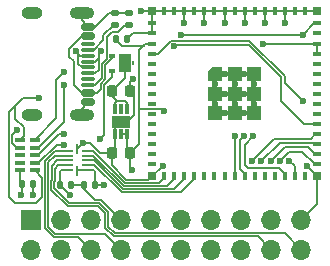
<source format=gbr>
%TF.GenerationSoftware,KiCad,Pcbnew,8.0.4*%
%TF.CreationDate,2024-07-26T12:29:51+01:00*%
%TF.ProjectId,beeb_wifiport,62656562-5f77-4696-9669-706f72742e6b,rev?*%
%TF.SameCoordinates,Original*%
%TF.FileFunction,Copper,L1,Top*%
%TF.FilePolarity,Positive*%
%FSLAX46Y46*%
G04 Gerber Fmt 4.6, Leading zero omitted, Abs format (unit mm)*
G04 Created by KiCad (PCBNEW 8.0.4) date 2024-07-26 12:29:51*
%MOMM*%
%LPD*%
G01*
G04 APERTURE LIST*
G04 Aperture macros list*
%AMRoundRect*
0 Rectangle with rounded corners*
0 $1 Rounding radius*
0 $2 $3 $4 $5 $6 $7 $8 $9 X,Y pos of 4 corners*
0 Add a 4 corners polygon primitive as box body*
4,1,4,$2,$3,$4,$5,$6,$7,$8,$9,$2,$3,0*
0 Add four circle primitives for the rounded corners*
1,1,$1+$1,$2,$3*
1,1,$1+$1,$4,$5*
1,1,$1+$1,$6,$7*
1,1,$1+$1,$8,$9*
0 Add four rect primitives between the rounded corners*
20,1,$1+$1,$2,$3,$4,$5,0*
20,1,$1+$1,$4,$5,$6,$7,0*
20,1,$1+$1,$6,$7,$8,$9,0*
20,1,$1+$1,$8,$9,$2,$3,0*%
%AMOutline5P*
0 Free polygon, 5 corners , with rotation*
0 The origin of the aperture is its center*
0 number of corners: always 5*
0 $1 to $10 corner X, Y*
0 $11 Rotation angle, in degrees counterclockwise*
0 create outline with 5 corners*
4,1,5,$1,$2,$3,$4,$5,$6,$7,$8,$9,$10,$1,$2,$11*%
%AMOutline6P*
0 Free polygon, 6 corners , with rotation*
0 The origin of the aperture is its center*
0 number of corners: always 6*
0 $1 to $12 corner X, Y*
0 $13 Rotation angle, in degrees counterclockwise*
0 create outline with 6 corners*
4,1,6,$1,$2,$3,$4,$5,$6,$7,$8,$9,$10,$11,$12,$1,$2,$13*%
%AMOutline7P*
0 Free polygon, 7 corners , with rotation*
0 The origin of the aperture is its center*
0 number of corners: always 7*
0 $1 to $14 corner X, Y*
0 $15 Rotation angle, in degrees counterclockwise*
0 create outline with 7 corners*
4,1,7,$1,$2,$3,$4,$5,$6,$7,$8,$9,$10,$11,$12,$13,$14,$1,$2,$15*%
%AMOutline8P*
0 Free polygon, 8 corners , with rotation*
0 The origin of the aperture is its center*
0 number of corners: always 8*
0 $1 to $16 corner X, Y*
0 $17 Rotation angle, in degrees counterclockwise*
0 create outline with 8 corners*
4,1,8,$1,$2,$3,$4,$5,$6,$7,$8,$9,$10,$11,$12,$13,$14,$15,$16,$1,$2,$17*%
G04 Aperture macros list end*
%TA.AperFunction,SMDPad,CuDef*%
%ADD10RoundRect,0.225000X-0.225000X-0.250000X0.225000X-0.250000X0.225000X0.250000X-0.225000X0.250000X0*%
%TD*%
%TA.AperFunction,SMDPad,CuDef*%
%ADD11RoundRect,0.140000X0.140000X0.170000X-0.140000X0.170000X-0.140000X-0.170000X0.140000X-0.170000X0*%
%TD*%
%TA.AperFunction,SMDPad,CuDef*%
%ADD12R,0.900000X0.350000*%
%TD*%
%TA.AperFunction,SMDPad,CuDef*%
%ADD13RoundRect,0.140000X-0.140000X-0.170000X0.140000X-0.170000X0.140000X0.170000X-0.140000X0.170000X0*%
%TD*%
%TA.AperFunction,SMDPad,CuDef*%
%ADD14R,0.800000X0.400000*%
%TD*%
%TA.AperFunction,SMDPad,CuDef*%
%ADD15R,0.400000X0.800000*%
%TD*%
%TA.AperFunction,SMDPad,CuDef*%
%ADD16Outline5P,-0.600000X0.204000X-0.204000X0.600000X0.600000X0.600000X0.600000X-0.600000X-0.600000X-0.600000X0.000000*%
%TD*%
%TA.AperFunction,SMDPad,CuDef*%
%ADD17R,1.200000X1.200000*%
%TD*%
%TA.AperFunction,SMDPad,CuDef*%
%ADD18R,0.800000X0.800000*%
%TD*%
%TA.AperFunction,SMDPad,CuDef*%
%ADD19RoundRect,0.225000X0.225000X0.250000X-0.225000X0.250000X-0.225000X-0.250000X0.225000X-0.250000X0*%
%TD*%
%TA.AperFunction,SMDPad,CuDef*%
%ADD20RoundRect,0.135000X0.185000X-0.135000X0.185000X0.135000X-0.185000X0.135000X-0.185000X-0.135000X0*%
%TD*%
%TA.AperFunction,SMDPad,CuDef*%
%ADD21R,0.350000X0.850000*%
%TD*%
%TA.AperFunction,SMDPad,CuDef*%
%ADD22R,1.600000X1.020000*%
%TD*%
%TA.AperFunction,SMDPad,CuDef*%
%ADD23R,0.863600X0.203200*%
%TD*%
%TA.AperFunction,SMDPad,CuDef*%
%ADD24R,0.203200X0.863600*%
%TD*%
%TA.AperFunction,SMDPad,CuDef*%
%ADD25RoundRect,0.135000X-0.185000X0.135000X-0.185000X-0.135000X0.185000X-0.135000X0.185000X0.135000X0*%
%TD*%
%TA.AperFunction,SMDPad,CuDef*%
%ADD26RoundRect,0.150000X-0.425000X0.150000X-0.425000X-0.150000X0.425000X-0.150000X0.425000X0.150000X0*%
%TD*%
%TA.AperFunction,SMDPad,CuDef*%
%ADD27RoundRect,0.075000X-0.500000X0.075000X-0.500000X-0.075000X0.500000X-0.075000X0.500000X0.075000X0*%
%TD*%
%TA.AperFunction,ComponentPad*%
%ADD28O,2.100000X1.000000*%
%TD*%
%TA.AperFunction,ComponentPad*%
%ADD29O,1.800000X1.000000*%
%TD*%
%TA.AperFunction,SMDPad,CuDef*%
%ADD30RoundRect,0.100000X-0.150000X-0.100000X0.150000X-0.100000X0.150000X0.100000X-0.150000X0.100000X0*%
%TD*%
%TA.AperFunction,SMDPad,CuDef*%
%ADD31R,1.100000X1.600000*%
%TD*%
%TA.AperFunction,SMDPad,CuDef*%
%ADD32R,0.250000X0.400000*%
%TD*%
%TA.AperFunction,ComponentPad*%
%ADD33R,1.700000X1.700000*%
%TD*%
%TA.AperFunction,ComponentPad*%
%ADD34O,1.700000X1.700000*%
%TD*%
%TA.AperFunction,ViaPad*%
%ADD35C,0.600000*%
%TD*%
%TA.AperFunction,Conductor*%
%ADD36C,0.152400*%
%TD*%
%TA.AperFunction,Conductor*%
%ADD37C,0.127000*%
%TD*%
G04 APERTURE END LIST*
D10*
%TO.P,C1,1*%
%TO.N,Net-(D1-K)*%
X145375000Y-99050000D03*
%TO.P,C1,2*%
%TO.N,GND*%
X146925000Y-99050000D03*
%TD*%
D11*
%TO.P,C5,1*%
%TO.N,GND*%
X141930000Y-107000000D03*
%TO.P,C5,2*%
%TO.N,+5V_BBC*%
X140970000Y-107000000D03*
%TD*%
%TO.P,C3,1*%
%TO.N,GND*%
X146680000Y-94700000D03*
%TO.P,C3,2*%
%TO.N,+3.3V*%
X145720000Y-94700000D03*
%TD*%
D12*
%TO.P,RN1,1,common*%
%TO.N,+3.3V*%
X137575000Y-103220000D03*
X138825000Y-105780000D03*
%TO.P,RN1,2,R1*%
%TO.N,/SD_D3*%
X138825000Y-103220000D03*
%TO.P,RN1,3,R2*%
%TO.N,/SD_D2*%
X137575000Y-103860000D03*
%TO.P,RN1,4,R3*%
%TO.N,/SD_CMD*%
X138825000Y-103860000D03*
%TO.P,RN1,5,R4*%
%TO.N,unconnected-(RN1-R4-Pad5)*%
X137575000Y-104500000D03*
%TO.P,RN1,6,R5*%
%TO.N,/SD_D0*%
X138825000Y-104500000D03*
%TO.P,RN1,7,R6*%
%TO.N,unconnected-(RN1-R6-Pad7)*%
X137575000Y-105140000D03*
%TO.P,RN1,8,R7*%
%TO.N,/SD_D1*%
X138825000Y-105140000D03*
%TO.P,RN1,9,R8*%
%TO.N,/RESET*%
X137575000Y-105780000D03*
%TD*%
D13*
%TO.P,C4,1*%
%TO.N,/RESET*%
X137720000Y-106950000D03*
%TO.P,C4,2*%
%TO.N,GND*%
X138680000Y-106950000D03*
%TD*%
D14*
%TO.P,U1,1,GND*%
%TO.N,GND*%
X148750000Y-93350000D03*
%TO.P,U1,2,GND*%
X148750000Y-94200000D03*
%TO.P,U1,3,3V3*%
%TO.N,+3.3V*%
X148750000Y-95050000D03*
%TO.P,U1,4,IO0*%
%TO.N,/BOOT*%
X148750000Y-95900000D03*
%TO.P,U1,5,IO1*%
%TO.N,unconnected-(U1-IO1-Pad5)*%
X148750000Y-96750000D03*
%TO.P,U1,6,IO2*%
%TO.N,unconnected-(U1-IO2-Pad6)*%
X148750000Y-97600000D03*
%TO.P,U1,7,IO3*%
%TO.N,unconnected-(U1-IO3-Pad7)*%
X148750000Y-98450000D03*
%TO.P,U1,8,IO4*%
%TO.N,unconnected-(U1-IO4-Pad8)*%
X148750000Y-99300000D03*
%TO.P,U1,9,IO5*%
%TO.N,unconnected-(U1-IO5-Pad9)*%
X148750000Y-100150000D03*
%TO.P,U1,10,IO6*%
%TO.N,unconnected-(U1-IO6-Pad10)*%
X148750000Y-101000000D03*
%TO.P,U1,11,IO7*%
%TO.N,unconnected-(U1-IO7-Pad11)*%
X148750000Y-101850000D03*
%TO.P,U1,12,IO8*%
%TO.N,unconnected-(U1-IO8-Pad12)*%
X148750000Y-102700000D03*
%TO.P,U1,13,IO9*%
%TO.N,unconnected-(U1-IO9-Pad13)*%
X148750000Y-103550000D03*
%TO.P,U1,14,IO10*%
%TO.N,unconnected-(U1-IO10-Pad14)*%
X148750000Y-104400000D03*
%TO.P,U1,15,IO11*%
%TO.N,unconnected-(U1-IO11-Pad15)*%
X148750000Y-105250000D03*
D15*
%TO.P,U1,16,IO12*%
%TO.N,/PB0*%
X149800000Y-106300000D03*
%TO.P,U1,17,IO13*%
%TO.N,/PB1*%
X150650000Y-106300000D03*
%TO.P,U1,18,IO14*%
%TO.N,/PB6*%
X151500000Y-106300000D03*
%TO.P,U1,19,IO15*%
%TO.N,/PB7*%
X152350000Y-106300000D03*
%TO.P,U1,20,IO16*%
%TO.N,unconnected-(U1-IO16-Pad20)*%
X153200000Y-106300000D03*
%TO.P,U1,21,IO17*%
%TO.N,unconnected-(U1-IO17-Pad21)*%
X154050000Y-106300000D03*
%TO.P,U1,22,IO18*%
%TO.N,unconnected-(U1-IO18-Pad22)*%
X154900000Y-106300000D03*
%TO.P,U1,23,IO19*%
%TO.N,/USB_D-*%
X155750000Y-106300000D03*
%TO.P,U1,24,IO20*%
%TO.N,/USB_D+*%
X156600000Y-106300000D03*
%TO.P,U1,25,IO21*%
%TO.N,unconnected-(U1-IO21-Pad25)*%
X157450000Y-106300000D03*
%TO.P,U1,26,IO26*%
%TO.N,unconnected-(U1-IO26-Pad26)*%
X158300000Y-106300000D03*
%TO.P,U1,27,IO47*%
%TO.N,unconnected-(U1-IO47-Pad27)*%
X159150000Y-106300000D03*
%TO.P,U1,28,IO33*%
%TO.N,/SD_D2*%
X160000000Y-106300000D03*
%TO.P,U1,29,IO34*%
%TO.N,/SD_D3*%
X160850000Y-106300000D03*
%TO.P,U1,30,IO48*%
%TO.N,unconnected-(U1-IO48-Pad30)*%
X161700000Y-106300000D03*
D14*
%TO.P,U1,31,IO35*%
%TO.N,/SD_CMD*%
X162750000Y-105250000D03*
%TO.P,U1,32,IO36*%
%TO.N,/SD_CLK*%
X162750000Y-104400000D03*
%TO.P,U1,33,IO37*%
%TO.N,/SD_D0*%
X162750000Y-103550000D03*
%TO.P,U1,34,IO38*%
%TO.N,/SD_D1*%
X162750000Y-102700000D03*
%TO.P,U1,35,IO39*%
%TO.N,/SD_DET*%
X162750000Y-101850000D03*
%TO.P,U1,36,IO40*%
%TO.N,unconnected-(U1-IO40-Pad36)*%
X162750000Y-101000000D03*
%TO.P,U1,37,IO41*%
%TO.N,unconnected-(U1-IO41-Pad37)*%
X162750000Y-100150000D03*
%TO.P,U1,38,IO42*%
%TO.N,unconnected-(U1-IO42-Pad38)*%
X162750000Y-99300000D03*
%TO.P,U1,39,TXD0*%
%TO.N,unconnected-(U1-TXD0-Pad39)*%
X162750000Y-98450000D03*
%TO.P,U1,40,RXD0*%
%TO.N,unconnected-(U1-RXD0-Pad40)*%
X162750000Y-97600000D03*
%TO.P,U1,41,IO45*%
%TO.N,unconnected-(U1-IO45-Pad41)*%
X162750000Y-96750000D03*
%TO.P,U1,42,GND*%
%TO.N,GND*%
X162750000Y-95900000D03*
%TO.P,U1,43,GND*%
X162750000Y-95050000D03*
%TO.P,U1,44,IO46*%
%TO.N,unconnected-(U1-IO46-Pad44)*%
X162750000Y-94200000D03*
%TO.P,U1,45,EN*%
%TO.N,/RESET*%
X162750000Y-93350000D03*
D15*
%TO.P,U1,46,GND*%
%TO.N,GND*%
X161700000Y-92300000D03*
%TO.P,U1,47,GND*%
X160850000Y-92300000D03*
%TO.P,U1,48,GND*%
X160000000Y-92300000D03*
%TO.P,U1,49,GND*%
X159150000Y-92300000D03*
%TO.P,U1,50,GND*%
X158300000Y-92300000D03*
%TO.P,U1,51,GND*%
X157450000Y-92300000D03*
%TO.P,U1,52,GND*%
X156600000Y-92300000D03*
%TO.P,U1,53,GND*%
X155750000Y-92300000D03*
%TO.P,U1,54,GND*%
X154900000Y-92300000D03*
%TO.P,U1,55,GND*%
X154050000Y-92300000D03*
%TO.P,U1,56,GND*%
X153200000Y-92300000D03*
%TO.P,U1,57,GND*%
X152350000Y-92300000D03*
%TO.P,U1,58,GND*%
X151500000Y-92300000D03*
%TO.P,U1,59,GND*%
X150650000Y-92300000D03*
%TO.P,U1,60,GND*%
X149800000Y-92300000D03*
D16*
%TO.P,U1,61,GND*%
X154100000Y-97650000D03*
D17*
X154100000Y-99300000D03*
X154100000Y-100950000D03*
X155750000Y-97650000D03*
X155750000Y-99300000D03*
X155750000Y-100950000D03*
X157400000Y-97650000D03*
X157400000Y-99300000D03*
X157400000Y-100950000D03*
D18*
%TO.P,U1,62,GND*%
X148750000Y-92300000D03*
%TO.P,U1,63,GND*%
X148750000Y-106300000D03*
%TO.P,U1,64,GND*%
X162750000Y-106300000D03*
%TO.P,U1,65,GND*%
X162750000Y-92300000D03*
%TD*%
D19*
%TO.P,C2,1*%
%TO.N,+3.3V*%
X146925000Y-104350000D03*
%TO.P,C2,2*%
%TO.N,GND*%
X145375000Y-104350000D03*
%TD*%
D20*
%TO.P,R1,1*%
%TO.N,Net-(J2-CC1)*%
X145600000Y-93460000D03*
%TO.P,R1,2*%
%TO.N,GND*%
X145600000Y-92440000D03*
%TD*%
D21*
%TO.P,U3,1,GND*%
%TO.N,GND*%
X145650000Y-102750000D03*
%TO.P,U3,2,SENSE*%
%TO.N,+3.3V*%
X146150000Y-102750000D03*
%TO.P,U3,3,VOUT*%
X146650000Y-102750000D03*
%TO.P,U3,4,VIN*%
%TO.N,Net-(D1-K)*%
X146650000Y-100600000D03*
%TO.P,U3,5,NC*%
%TO.N,unconnected-(U3-NC-Pad5)*%
X146150000Y-100600000D03*
%TO.P,U3,6,EN*%
%TO.N,Net-(D1-K)*%
X145650000Y-100600000D03*
D22*
%TO.P,U3,7,GND*%
%TO.N,GND*%
X146150000Y-101675000D03*
%TD*%
D23*
%TO.P,U4,1,VCCA*%
%TO.N,+3.3V*%
X143224700Y-105750001D03*
%TO.P,U4,2,A1*%
%TO.N,/PB7*%
X143224700Y-105349999D03*
%TO.P,U4,3,A2*%
%TO.N,/PB6*%
X143224700Y-104950000D03*
%TO.P,U4,4,A3*%
%TO.N,/PB1*%
X143224700Y-104550001D03*
%TO.P,U4,5,A4*%
%TO.N,/PB0*%
X143224700Y-104149999D03*
D24*
%TO.P,U4,6,GND*%
%TO.N,GND*%
X142450000Y-104022900D03*
D23*
%TO.P,U4,7,B4*%
%TO.N,Net-(J1-Pin_6)*%
X141675300Y-104149999D03*
%TO.P,U4,8,B3*%
%TO.N,Net-(J1-Pin_8)*%
X141675300Y-104550001D03*
%TO.P,U4,9,B2*%
%TO.N,Net-(J1-Pin_18)*%
X141675300Y-104950000D03*
%TO.P,U4,10,B1*%
%TO.N,Net-(J1-Pin_20)*%
X141675300Y-105349999D03*
%TO.P,U4,11,VCCB*%
%TO.N,+5V_BBC*%
X141675300Y-105750001D03*
D24*
%TO.P,U4,12,OE*%
%TO.N,+3.3V*%
X142450000Y-105877100D03*
%TD*%
D13*
%TO.P,C6,1*%
%TO.N,GND*%
X142970000Y-107000000D03*
%TO.P,C6,2*%
%TO.N,+3.3V*%
X143930000Y-107000000D03*
%TD*%
D25*
%TO.P,R2,1*%
%TO.N,GND*%
X146805000Y-92440000D03*
%TO.P,R2,2*%
%TO.N,Net-(J2-CC2)*%
X146805000Y-93460000D03*
%TD*%
D26*
%TO.P,J2,A1,GND*%
%TO.N,GND*%
X143367496Y-93623818D03*
%TO.P,J2,A4,VBUS*%
%TO.N,+5V_USB*%
X143367496Y-94423818D03*
D27*
%TO.P,J2,A5,CC1*%
%TO.N,Net-(J2-CC1)*%
X143367496Y-95573818D03*
%TO.P,J2,A6,D+*%
%TO.N,/USB_D+*%
X143367496Y-96573818D03*
%TO.P,J2,A7,D-*%
%TO.N,/USB_D-*%
X143367496Y-97073818D03*
%TO.P,J2,A8,SBU1*%
%TO.N,unconnected-(J2-SBU1-PadA8)*%
X143367496Y-98073818D03*
D26*
%TO.P,J2,A9,VBUS*%
%TO.N,+5V_USB*%
X143367496Y-99223818D03*
%TO.P,J2,A12,GND*%
%TO.N,GND*%
X143367496Y-100023818D03*
%TO.P,J2,B1,GND*%
X143367496Y-100023818D03*
%TO.P,J2,B4,VBUS*%
%TO.N,+5V_USB*%
X143367496Y-99223818D03*
D27*
%TO.P,J2,B5,CC2*%
%TO.N,Net-(J2-CC2)*%
X143367496Y-98573818D03*
%TO.P,J2,B6,D+*%
%TO.N,/USB_D+*%
X143367496Y-97573818D03*
%TO.P,J2,B7,D-*%
%TO.N,/USB_D-*%
X143367496Y-96073818D03*
%TO.P,J2,B8,SBU2*%
%TO.N,unconnected-(J2-SBU2-PadB8)*%
X143367496Y-95073818D03*
D26*
%TO.P,J2,B9,VBUS*%
%TO.N,+5V_USB*%
X143367496Y-94423818D03*
%TO.P,J2,B12,GND*%
%TO.N,GND*%
X143367496Y-93623818D03*
D28*
%TO.P,J2,S1,SHIELD*%
X142792496Y-92503818D03*
D29*
X138612496Y-92503818D03*
D28*
X142792496Y-101143818D03*
D29*
X138612496Y-101143818D03*
%TD*%
D30*
%TO.P,D1,1,A*%
%TO.N,+5V_USB*%
X145385608Y-96075000D03*
%TO.P,D1,2,A*%
%TO.N,+5V_BBC*%
X145385608Y-97375000D03*
D31*
%TO.P,D1,3,K*%
%TO.N,Net-(D1-K)*%
X146435608Y-96725000D03*
D32*
X147110608Y-96725000D03*
%TD*%
D33*
%TO.P,J1,1,Pin_1*%
%TO.N,+5V_BBC*%
X138550000Y-109960000D03*
D34*
%TO.P,J1,2,Pin_2*%
%TO.N,unconnected-(J1-Pin_2-Pad2)*%
X138550000Y-112500000D03*
%TO.P,J1,3,Pin_3*%
%TO.N,+5V_BBC*%
X141090000Y-109960000D03*
%TO.P,J1,4,Pin_4*%
%TO.N,unconnected-(J1-Pin_4-Pad4)*%
X141090000Y-112500000D03*
%TO.P,J1,5,Pin_5*%
%TO.N,GND*%
X143630000Y-109960000D03*
%TO.P,J1,6,Pin_6*%
%TO.N,Net-(J1-Pin_6)*%
X143630000Y-112500000D03*
%TO.P,J1,7,Pin_7*%
%TO.N,GND*%
X146170000Y-109960000D03*
%TO.P,J1,8,Pin_8*%
%TO.N,Net-(J1-Pin_8)*%
X146170000Y-112500000D03*
%TO.P,J1,9,Pin_9*%
%TO.N,GND*%
X148710000Y-109960000D03*
%TO.P,J1,10,Pin_10*%
%TO.N,unconnected-(J1-Pin_10-Pad10)*%
X148710000Y-112500000D03*
%TO.P,J1,11,Pin_11*%
%TO.N,GND*%
X151250000Y-109960000D03*
%TO.P,J1,12,Pin_12*%
%TO.N,unconnected-(J1-Pin_12-Pad12)*%
X151250000Y-112500000D03*
%TO.P,J1,13,Pin_13*%
%TO.N,GND*%
X153790000Y-109960000D03*
%TO.P,J1,14,Pin_14*%
%TO.N,unconnected-(J1-Pin_14-Pad14)*%
X153790000Y-112500000D03*
%TO.P,J1,15,Pin_15*%
%TO.N,GND*%
X156330000Y-109960000D03*
%TO.P,J1,16,Pin_16*%
%TO.N,unconnected-(J1-Pin_16-Pad16)*%
X156330000Y-112500000D03*
%TO.P,J1,17,Pin_17*%
%TO.N,GND*%
X158870000Y-109960000D03*
%TO.P,J1,18,Pin_18*%
%TO.N,Net-(J1-Pin_18)*%
X158870000Y-112500000D03*
%TO.P,J1,19,Pin_19*%
%TO.N,GND*%
X161410000Y-109960000D03*
%TO.P,J1,20,Pin_20*%
%TO.N,Net-(J1-Pin_20)*%
X161410000Y-112500000D03*
%TD*%
D35*
%TO.N,GND*%
X149650000Y-105400000D03*
X158300000Y-93300000D03*
X154900000Y-99300000D03*
X153200000Y-93300000D03*
X161850000Y-105400000D03*
X157400000Y-98450000D03*
X147800000Y-92300000D03*
X154900000Y-97650000D03*
X147150000Y-98050000D03*
X151500000Y-93300000D03*
X158200000Y-95049997D03*
X155750000Y-100150000D03*
X154100000Y-98450000D03*
X154900000Y-93300000D03*
X156550000Y-97650000D03*
X142900000Y-103500000D03*
X155750000Y-98450000D03*
X138680000Y-107906542D03*
X154100000Y-100150000D03*
X160000000Y-93300000D03*
X154900000Y-100950000D03*
X156550000Y-99350000D03*
X156600000Y-93300000D03*
X157400000Y-100150000D03*
X156550000Y-100950000D03*
%TO.N,+3.3V*%
X149800004Y-100763500D03*
X147100000Y-105800006D03*
X144700000Y-107000008D03*
X139200000Y-99700000D03*
%TO.N,/RESET*%
X137700000Y-107906542D03*
X151250000Y-94300000D03*
X161530000Y-94299996D03*
%TO.N,/USB_D+*%
X144448757Y-95674703D03*
X156550000Y-102900000D03*
%TO.N,/USB_D-*%
X142300000Y-95700000D03*
X155750000Y-102900000D03*
%TO.N,/SD_CMD*%
X159600000Y-104999480D03*
X141300000Y-98595000D03*
%TO.N,/SD_D2*%
X137333400Y-102375000D03*
X157350000Y-102900000D03*
%TO.N,/SD_D3*%
X160400000Y-105000000D03*
X141300006Y-97495000D03*
%TO.N,/SD_D0*%
X141300006Y-102700000D03*
X158000000Y-105002323D03*
%TO.N,/SD_DET*%
X150650000Y-95300000D03*
%TO.N,/SD_D1*%
X141299986Y-103600000D03*
X157199996Y-104999996D03*
%TO.N,/SD_CLK*%
X158800000Y-105000000D03*
%TO.N,/BOOT*%
X161530000Y-99900000D03*
%TO.N,+5V_BBC*%
X141800000Y-107900000D03*
X144375000Y-103125000D03*
%TD*%
D36*
%TO.N,GND*%
X145160000Y-92440000D02*
X146805000Y-92440000D01*
X145650000Y-102175000D02*
X146150000Y-101675000D01*
X145650000Y-102750000D02*
X145650000Y-102175000D01*
X147800000Y-92300000D02*
X148750000Y-92300000D01*
X154100000Y-97650000D02*
X154100000Y-98450000D01*
X142792496Y-92503818D02*
X142792496Y-93048818D01*
X158300000Y-92300000D02*
X158300000Y-93300000D01*
X156550000Y-99350000D02*
X156600000Y-99300000D01*
X146740000Y-92350000D02*
X146690000Y-92400000D01*
X154100000Y-99300000D02*
X154900000Y-99300000D01*
X146925000Y-99050000D02*
X146925000Y-98275000D01*
X154100000Y-100950000D02*
X154900000Y-100950000D01*
X157400000Y-98500000D02*
X157400000Y-99300000D01*
X162750000Y-108620000D02*
X162750000Y-106300000D01*
X157400000Y-100950000D02*
X157400000Y-100150000D01*
X155750000Y-100150000D02*
X155750000Y-100950000D01*
X144478208Y-108278208D02*
X146160000Y-109960000D01*
X146600000Y-106600000D02*
X148450000Y-106600000D01*
X162750000Y-92300000D02*
X149400000Y-92300000D01*
X155750000Y-97650000D02*
X155750000Y-98500000D01*
X146690000Y-94710000D02*
X146680000Y-94700000D01*
X148750000Y-92300000D02*
X148750000Y-94200000D01*
X154900000Y-92300000D02*
X154900000Y-93300000D01*
X145375000Y-104350000D02*
X144350000Y-104350000D01*
X145375000Y-104350000D02*
X145375000Y-105375000D01*
D37*
X142450000Y-104022900D02*
X142450000Y-103950000D01*
D36*
X142970000Y-107000000D02*
X142970000Y-107335000D01*
X156600000Y-99300000D02*
X157400000Y-99300000D01*
X153200000Y-92300000D02*
X153200000Y-93300000D01*
X144350000Y-104350000D02*
X143500000Y-103500000D01*
X143913208Y-108278208D02*
X144478208Y-108278208D01*
X145650000Y-104075000D02*
X145650000Y-102750000D01*
X143367496Y-93623818D02*
X143976182Y-93623818D01*
X148450000Y-106600000D02*
X148750000Y-106300000D01*
D37*
X142450000Y-103950000D02*
X142900000Y-103500000D01*
D36*
X146690000Y-94770000D02*
X146690000Y-94710000D01*
D37*
X158200003Y-95050000D02*
X162750000Y-95050000D01*
D36*
X143976182Y-93623818D02*
X145160000Y-92440000D01*
X161410000Y-109960000D02*
X162750000Y-108620000D01*
X154900000Y-100950000D02*
X156550000Y-100950000D01*
X157400000Y-100150000D02*
X157400000Y-99300000D01*
X156600000Y-92300000D02*
X156600000Y-93300000D01*
X147200000Y-101100000D02*
X146625000Y-101675000D01*
X146680000Y-94670000D02*
X147150000Y-94200000D01*
X156550000Y-97650000D02*
X154900000Y-97650000D01*
X161850000Y-105400000D02*
X162750000Y-106300000D01*
X143367496Y-100023818D02*
X142792496Y-100598818D01*
X146660000Y-92430000D02*
X146690000Y-92400000D01*
X147200000Y-99325000D02*
X147200000Y-101100000D01*
X142792496Y-100598818D02*
X142792496Y-101143818D01*
X145375000Y-104350000D02*
X145650000Y-104075000D01*
X154900000Y-97650000D02*
X154100000Y-97650000D01*
X151500000Y-92300000D02*
X151500000Y-93300000D01*
X147150000Y-94200000D02*
X148750000Y-94200000D01*
X142970000Y-107335000D02*
X143913208Y-108278208D01*
X149400000Y-92300000D02*
X148750000Y-92300000D01*
X160000000Y-92300000D02*
X160000000Y-93300000D01*
X154100000Y-98450000D02*
X154100000Y-100150000D01*
X146625000Y-101675000D02*
X146150000Y-101675000D01*
X145375000Y-105375000D02*
X146600000Y-106600000D01*
X156500000Y-99300000D02*
X156550000Y-99350000D01*
X157400000Y-97650000D02*
X156550000Y-97650000D01*
X146680000Y-94700000D02*
X146680000Y-94670000D01*
X154900000Y-99300000D02*
X156500000Y-99300000D01*
X155750000Y-98500000D02*
X155750000Y-100150000D01*
X146160000Y-109960000D02*
X146170000Y-109960000D01*
X142900000Y-103500000D02*
X142792496Y-103392496D01*
X138680000Y-107900000D02*
X138680000Y-106950000D01*
X146925000Y-98275000D02*
X147150000Y-98050000D01*
D37*
X158200000Y-95049997D02*
X158200003Y-95050000D01*
D36*
X156550000Y-100950000D02*
X157400000Y-100950000D01*
X157400000Y-97650000D02*
X157400000Y-98500000D01*
X146925000Y-99050000D02*
X147200000Y-99325000D01*
X143500000Y-103500000D02*
X142900000Y-103500000D01*
D37*
X162750000Y-95050000D02*
X162750000Y-95900000D01*
D36*
X141930000Y-107000000D02*
X142970000Y-107000000D01*
X142792496Y-93048818D02*
X143367496Y-93623818D01*
X149576346Y-105473654D02*
X148750000Y-106300000D01*
X154100000Y-100150000D02*
X154100000Y-100950000D01*
%TO.N,+3.3V*%
X146925000Y-105625006D02*
X147100000Y-105800006D01*
D37*
X142577099Y-105750001D02*
X143224700Y-105750001D01*
D36*
X143930000Y-105880000D02*
X143800001Y-105750001D01*
X143930000Y-107000000D02*
X143930000Y-105880000D01*
X143930000Y-107000000D02*
X144450000Y-107000000D01*
X148750000Y-95050000D02*
X148250000Y-95050000D01*
X138825000Y-105780000D02*
X139450000Y-106405000D01*
X147700000Y-103575000D02*
X147700000Y-101000000D01*
X137575000Y-103220000D02*
X137900000Y-102895000D01*
X146925000Y-104350000D02*
X147700000Y-103575000D01*
X146150000Y-102750000D02*
X146150000Y-103050000D01*
X139450000Y-108050000D02*
X138923800Y-108576200D01*
D37*
X142450000Y-105877100D02*
X142577099Y-105750001D01*
D36*
X145720000Y-94700000D02*
X145720000Y-94720000D01*
X146650000Y-104075000D02*
X146925000Y-104350000D01*
X146925000Y-104350000D02*
X146925000Y-105625006D01*
X146650000Y-102750000D02*
X146650000Y-103550000D01*
X146650000Y-102750000D02*
X146150000Y-102750000D01*
X137126200Y-108576200D02*
X136633300Y-108083300D01*
X136633300Y-100866700D02*
X137200000Y-100300000D01*
X137800000Y-99700000D02*
X139200000Y-99700000D01*
X143800001Y-105750001D02*
X143224700Y-105750001D01*
X147700000Y-101000000D02*
X147700000Y-95600000D01*
X147700000Y-101000000D02*
X147700000Y-100650000D01*
X148050000Y-95250000D02*
X148200000Y-95100000D01*
X137900000Y-102150000D02*
X137200000Y-101450000D01*
X145720000Y-94720000D02*
X146250000Y-95250000D01*
X147700000Y-95600000D02*
X148200000Y-95100000D01*
X144450000Y-107000000D02*
X144699992Y-107000000D01*
X144699992Y-107000000D02*
X144700000Y-107000008D01*
X147777346Y-100572654D02*
X149609158Y-100572654D01*
X137400000Y-100100000D02*
X137800000Y-99700000D01*
X147700000Y-100650000D02*
X147777346Y-100572654D01*
X137200000Y-101450000D02*
X137200000Y-100300000D01*
X146250000Y-95250000D02*
X148050000Y-95250000D01*
X148250000Y-95050000D02*
X148200000Y-95100000D01*
X149609158Y-100572654D02*
X149800004Y-100763500D01*
X146650000Y-103550000D02*
X146650000Y-104075000D01*
X136633300Y-108083300D02*
X136633300Y-100866700D01*
X137900000Y-102895000D02*
X137900000Y-102150000D01*
X138923800Y-108576200D02*
X137126200Y-108576200D01*
X137200000Y-100300000D02*
X137400000Y-100100000D01*
X139450000Y-106405000D02*
X139450000Y-108050000D01*
D37*
%TO.N,/RESET*%
X137720000Y-107886542D02*
X137700000Y-107906542D01*
X162479996Y-93350000D02*
X161530000Y-94299996D01*
X161529996Y-94300000D02*
X151250000Y-94300000D01*
X161530000Y-94299996D02*
X161529996Y-94300000D01*
X137720000Y-106950000D02*
X137575000Y-106805000D01*
X162750000Y-93350000D02*
X162479996Y-93350000D01*
X137575000Y-106805000D02*
X137575000Y-105780000D01*
X137720000Y-106950000D02*
X137720000Y-107886542D01*
%TO.N,Net-(J1-Pin_18)*%
X144800000Y-110649582D02*
X144800000Y-109394813D01*
X144205187Y-108800000D02*
X141629510Y-108800000D01*
X141629510Y-108800000D02*
X140245500Y-107415990D01*
X140254000Y-105412500D02*
X140716500Y-104950000D01*
X144800000Y-109394813D02*
X144205187Y-108800000D01*
X158870000Y-112500000D02*
X157724000Y-111354000D01*
X145504418Y-111354000D02*
X144800000Y-110649582D01*
X157724000Y-111354000D02*
X145504418Y-111354000D01*
X140245500Y-107415990D02*
X140245500Y-106584010D01*
X140254000Y-106575510D02*
X140254000Y-105412500D01*
X140716500Y-104950000D02*
X141675300Y-104950000D01*
X140245500Y-106584010D02*
X140254000Y-106575510D01*
%TO.N,Net-(J1-Pin_20)*%
X145054000Y-109289603D02*
X144310397Y-108546000D01*
X140499500Y-107310780D02*
X140499500Y-106689220D01*
X141734720Y-108546000D02*
X140499500Y-107310780D01*
X161410000Y-112500000D02*
X160010000Y-111100000D01*
X145609628Y-111100000D02*
X145054000Y-110544372D01*
X144310397Y-108546000D02*
X141734720Y-108546000D01*
X140508000Y-105642000D02*
X140800001Y-105349999D01*
X140800001Y-105349999D02*
X141675300Y-105349999D01*
X145054000Y-110544372D02*
X145054000Y-109289603D01*
X160010000Y-111100000D02*
X145609628Y-111100000D01*
X140508000Y-106680720D02*
X140508000Y-105642000D01*
X140499500Y-106689220D02*
X140508000Y-106680720D01*
%TO.N,Net-(J1-Pin_8)*%
X139991500Y-105108500D02*
X140549999Y-104550001D01*
X139991500Y-110591500D02*
X139991500Y-105108500D01*
X140549999Y-104550001D02*
X141675300Y-104550001D01*
X146170000Y-112500000D02*
X144816000Y-111146000D01*
X140546000Y-111146000D02*
X139991500Y-110591500D01*
X144816000Y-111146000D02*
X140546000Y-111146000D01*
%TO.N,Net-(J1-Pin_6)*%
X142530000Y-111400000D02*
X140440790Y-111400000D01*
X140440790Y-111400000D02*
X139737500Y-110696710D01*
X140568421Y-104149999D02*
X141675300Y-104149999D01*
X139737500Y-110696710D02*
X139737500Y-104980920D01*
X139737500Y-104980920D02*
X140568421Y-104149999D01*
X143630000Y-112500000D02*
X142530000Y-111400000D01*
%TO.N,/USB_D+*%
X156200000Y-103250000D02*
X156200000Y-105700000D01*
X156200000Y-105700000D02*
X156600000Y-106100000D01*
X143942495Y-96573818D02*
X144242800Y-96273513D01*
X144242800Y-97273513D02*
X144242800Y-95880660D01*
X156600000Y-106100000D02*
X156600000Y-106300000D01*
X144242800Y-96273513D02*
X144242800Y-95880660D01*
X143942495Y-97573818D02*
X144242800Y-97273513D01*
X144242800Y-95880660D02*
X144448757Y-95674703D01*
X156550000Y-102900000D02*
X156200000Y-103250000D01*
X143367496Y-97573818D02*
X143942495Y-97573818D01*
X143367496Y-96573818D02*
X143942495Y-96573818D01*
%TO.N,Net-(J2-CC1)*%
X144650000Y-94350000D02*
X145540000Y-93460000D01*
X144650000Y-94779788D02*
X144650000Y-94350000D01*
X143367496Y-95573818D02*
X143855970Y-95573818D01*
X143855970Y-95573818D02*
X144650000Y-94779788D01*
X145540000Y-93460000D02*
X145600000Y-93460000D01*
%TO.N,/USB_D-*%
X142500000Y-96763498D02*
X142810320Y-97073818D01*
X142300000Y-95700000D02*
X142673818Y-96073818D01*
X142300000Y-95700000D02*
X142500000Y-95900000D01*
X142673818Y-96073818D02*
X143367496Y-96073818D01*
X155750000Y-102900000D02*
X155750000Y-106300000D01*
X142810320Y-97073818D02*
X143367496Y-97073818D01*
X142500000Y-95900000D02*
X142500000Y-96763498D01*
%TO.N,Net-(J2-CC2)*%
X143367496Y-98573818D02*
X143942495Y-98573818D01*
X144939256Y-94460744D02*
X145350000Y-94050000D01*
X144533300Y-97983013D02*
X144533300Y-96750136D01*
X143942495Y-98573818D02*
X144533300Y-97983013D01*
X145895001Y-94050000D02*
X146485001Y-93460000D01*
X144939256Y-96344180D02*
X144939256Y-94460744D01*
X145350000Y-94050000D02*
X145895001Y-94050000D01*
X146485001Y-93460000D02*
X146805000Y-93460000D01*
X144533300Y-96750136D02*
X144939256Y-96344180D01*
%TO.N,/SD_CMD*%
X161500000Y-104200000D02*
X160399480Y-104200000D01*
X139100000Y-103860000D02*
X141300000Y-101660000D01*
X141300000Y-101660000D02*
X141300000Y-98595000D01*
X160399480Y-104200000D02*
X159600000Y-104999480D01*
X138825000Y-103860000D02*
X139100000Y-103860000D01*
X162750000Y-105250000D02*
X162550000Y-105250000D01*
X162550000Y-105250000D02*
X161500000Y-104200000D01*
%TO.N,/SD_D2*%
X137333400Y-102375000D02*
X136900000Y-102808400D01*
X156912291Y-105612291D02*
X159512291Y-105612291D01*
X157350000Y-102900000D02*
X156650000Y-103600000D01*
X160000000Y-106100000D02*
X160000000Y-106300000D01*
X136900000Y-102808400D02*
X136900000Y-103460000D01*
X136900000Y-103460000D02*
X137300000Y-103860000D01*
X156650000Y-105350000D02*
X156912291Y-105612291D01*
X137300000Y-103860000D02*
X137575000Y-103860000D01*
X159512291Y-105612291D02*
X160000000Y-106100000D01*
X156650000Y-103600000D02*
X156650000Y-105350000D01*
%TO.N,/SD_D3*%
X140650000Y-101395000D02*
X140650000Y-98145006D01*
X160850000Y-105450000D02*
X160400000Y-105000000D01*
X140650000Y-98145006D02*
X141300006Y-97495000D01*
X138825000Y-103220000D02*
X140650000Y-101395000D01*
X160850000Y-106300000D02*
X160850000Y-105450000D01*
%TO.N,/SD_D0*%
X138825000Y-104500000D02*
X139100000Y-104500000D01*
X139100000Y-104500000D02*
X140900000Y-102700000D01*
X140900000Y-102700000D02*
X141300006Y-102700000D01*
X159557572Y-103444751D02*
X158000000Y-105002323D01*
X162644751Y-103444751D02*
X159557572Y-103444751D01*
X162750000Y-103550000D02*
X162644751Y-103444751D01*
%TO.N,/SD_DET*%
X159700000Y-99900000D02*
X161650000Y-101850000D01*
X156950000Y-95150000D02*
X159700000Y-97900000D01*
X159700000Y-97900000D02*
X159700000Y-99900000D01*
X150650000Y-95300000D02*
X150800000Y-95150000D01*
X161650000Y-101850000D02*
X162750000Y-101850000D01*
X150800000Y-95150000D02*
X156950000Y-95150000D01*
%TO.N,/SD_D1*%
X159099992Y-103100000D02*
X157199996Y-104999996D01*
X162200000Y-103100000D02*
X159099992Y-103100000D01*
X139139605Y-105140000D02*
X140679605Y-103600000D01*
X138825000Y-105140000D02*
X139139605Y-105140000D01*
X162600000Y-102700000D02*
X162200000Y-103100000D01*
X162750000Y-102700000D02*
X162600000Y-102700000D01*
X140679605Y-103600000D02*
X141299986Y-103600000D01*
%TO.N,/SD_CLK*%
X162550000Y-104400000D02*
X161950000Y-103800000D01*
X160000000Y-103800000D02*
X158800000Y-105000000D01*
X162750000Y-104400000D02*
X162550000Y-104400000D01*
X161950000Y-103800000D02*
X160000000Y-103800000D01*
%TO.N,/PB7*%
X146180569Y-107652500D02*
X151197500Y-107652500D01*
X143224700Y-105349999D02*
X143878068Y-105349999D01*
X151197500Y-107652500D02*
X152350000Y-106500000D01*
X143878068Y-105349999D02*
X146180569Y-107652500D01*
X152350000Y-106500000D02*
X152350000Y-106300000D01*
%TO.N,/PB0*%
X149800000Y-106431000D02*
X149800000Y-106300000D01*
X149340500Y-106890500D02*
X149340500Y-106884000D01*
X149340500Y-106884000D02*
X149347000Y-106884000D01*
X143224700Y-104149999D02*
X143755698Y-104149999D01*
X149347000Y-106884000D02*
X149800000Y-106431000D01*
X143755698Y-104149999D02*
X146496199Y-106890500D01*
X146496199Y-106890500D02*
X149340500Y-106890500D01*
%TO.N,/PB1*%
X143796490Y-104550001D02*
X146390989Y-107144500D01*
X146390989Y-107144500D02*
X150005500Y-107144500D01*
X150005500Y-107144500D02*
X150650000Y-106500000D01*
X143224700Y-104550001D02*
X143796490Y-104550001D01*
X150650000Y-106500000D02*
X150650000Y-106300000D01*
%TO.N,/BOOT*%
X148750000Y-95900000D02*
X149300000Y-95900000D01*
X160000000Y-98370000D02*
X161530000Y-99900000D01*
X149300000Y-95900000D02*
X150400000Y-94800000D01*
X157000000Y-94800000D02*
X160000000Y-97800000D01*
X160000000Y-97800000D02*
X160000000Y-98370000D01*
X150400000Y-94800000D02*
X157000000Y-94800000D01*
%TO.N,/PB6*%
X146285779Y-107398500D02*
X150601500Y-107398500D01*
X143837279Y-104950000D02*
X146285779Y-107398500D01*
X143224700Y-104950000D02*
X143837279Y-104950000D01*
X150601500Y-107398500D02*
X151500000Y-106500000D01*
X151500000Y-106500000D02*
X151500000Y-106300000D01*
D36*
%TO.N,Net-(D1-K)*%
X146650000Y-100100000D02*
X146650000Y-100600000D01*
X145798000Y-99900000D02*
X146450000Y-99900000D01*
X145713500Y-99984500D02*
X145798000Y-99900000D01*
X145650000Y-100048000D02*
X145713500Y-99984500D01*
X146435608Y-96725000D02*
X146435608Y-97989392D01*
X146435608Y-97989392D02*
X145375000Y-99050000D01*
X145650000Y-100600000D02*
X145650000Y-100048000D01*
X146450000Y-99900000D02*
X146650000Y-100100000D01*
X145375000Y-99050000D02*
X145375000Y-99477000D01*
X145375000Y-99477000D02*
X145798000Y-99900000D01*
%TO.N,+5V_BBC*%
X144375000Y-103125000D02*
X144700000Y-102800000D01*
X144700000Y-102800000D02*
X144700000Y-98600000D01*
X140970000Y-107070000D02*
X140970000Y-107000000D01*
X140970000Y-105880000D02*
X140970000Y-107000000D01*
X141099999Y-105750001D02*
X140970000Y-105880000D01*
X141675300Y-105750001D02*
X141099999Y-105750001D01*
X141800000Y-107900000D02*
X140970000Y-107070000D01*
X144700000Y-98600000D02*
X145385608Y-97914392D01*
X145385608Y-97914392D02*
X145385608Y-97375000D01*
%TO.N,+5V_USB*%
X142133300Y-96547719D02*
X142133300Y-98564621D01*
X144420600Y-98472884D02*
X144420600Y-98879400D01*
X144420600Y-98879400D02*
X144076182Y-99223818D01*
X145385608Y-96274999D02*
X144800000Y-96860607D01*
X143367496Y-94423818D02*
X142792497Y-94423818D01*
X144800000Y-98093484D02*
X144420600Y-98472884D01*
X141736500Y-96150919D02*
X142133300Y-96547719D01*
X144800000Y-96860607D02*
X144800000Y-98093484D01*
X141736500Y-95479815D02*
X141736500Y-96150919D01*
X142133300Y-98564621D02*
X142792497Y-99223818D01*
X142792497Y-94423818D02*
X141736500Y-95479815D01*
X144076182Y-99223818D02*
X143367496Y-99223818D01*
X145385608Y-96075000D02*
X145385608Y-96274999D01*
X142792497Y-99223818D02*
X143367496Y-99223818D01*
%TD*%
M02*

</source>
